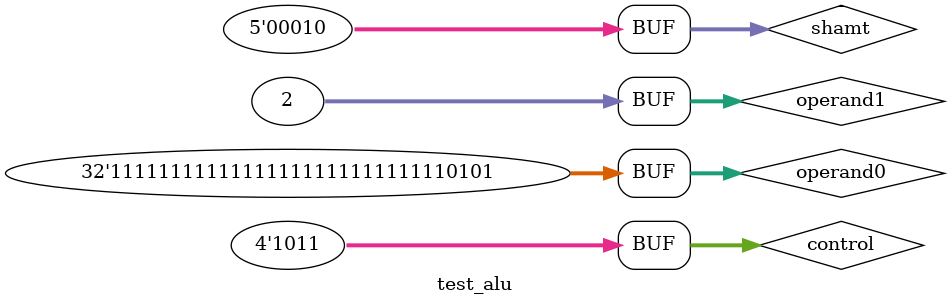
<source format=v>
`timescale 1ns / 1ps


module test_alu;

	// Inputs
	reg [31:0] operand0;
	reg [31:0] operand1;
	reg [3:0] control;
	reg [4:0] shamt;

	// Outputs
	wire [31:0] result;
	wire [31:0] result1;
	wire zFlag;
	wire carryFlag;
	wire signFlag;
	wire overflowFlag;

	// Instantiate the Unit Under Test (UUT)
	alu uut (
		.operand0(operand0), 
		.operand1(operand1), 
		.control(control), 
		.shamt(shamt), 
		.result(result), 
		.result1(result1), 
		.zFlag(zFlag), 
		.carryFlag(carryFlag), 
		.signFlag(signFlag), 
		.overflowFlag(overflowFlag)
	);

	initial begin
		// Initialize Inputs
		operand0 = -3;
		operand1 = 1;
		control = 4'b0000;
		shamt = 0;

		// Wait 100 ns for global reset to finish
		#50;
        operand0 = -3;
		operand1 = -1;
		control = 4'b0001;
		shamt = 0;
        #50;
        operand0 = 3;
		operand1 = 1;
		control = 4'b0010;
		shamt = 0;
        #50;
		control = 4'b0011;
		shamt = 0;
          #50;
		control = 4'b0100;
          #50;
		control = 4'b0101;
         #50;
        operand0 = -11;
		operand1 = 2;
		control = 4'b0110;
        shamt = 2;
        #50;
        control = 4'b0111;
        #50;
        control = 4'b1000;
        #50;
        control = 4'b1001;
         #50;
        control = 4'b1010;
         #50;
        control = 4'b1011;
        
		// Add stimulus here

	end
      
endmodule


</source>
